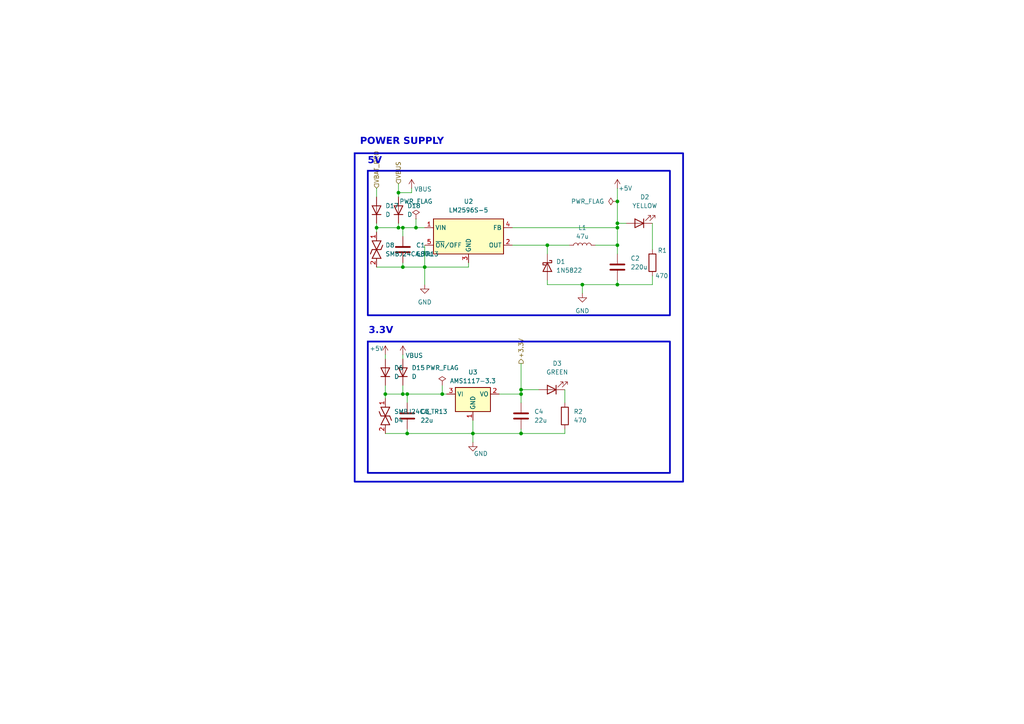
<source format=kicad_sch>
(kicad_sch (version 20250114) (generator "eeschema") (generator_version "9.0")
  (paper "A4")
  (lib_symbols
    (symbol "Device:C" (pin_numbers (hide yes)) (pin_names (offset 0.254))
      (property "Reference" "C" (at 0.635 2.54 0))
      (property "Value" "C" (at 0.635 -2.54 0))
      (symbol "C_0_1"
        (polyline (pts (xy -2.032 0.762) (xy 2.032 0.762)) (stroke (width 0.508)))
        (polyline (pts (xy -2.032 -0.762) (xy 2.032 -0.762)) (stroke (width 0.508)))
      )
      (symbol "C_1_1"
        (pin passive line (at 0 3.81 270) (length 2.794) (name "~") (number "1"))
        (pin passive line (at 0 -3.81 90) (length 2.794) (name "~") (number "2"))
      )
    )
    (symbol "Device:D" (pin_numbers (hide yes)) (pin_names (offset 1.016) (hide yes))
      (property "Reference" "D" (at 0 2.54 0))
      (property "Value" "D" (at 0 -2.54 0))
      (symbol "D_0_1"
        (polyline (pts (xy -1.27 1.27) (xy -1.27 -1.27)) (stroke (width 0.254)))
        (polyline (pts (xy 1.27 1.27) (xy 1.27 -1.27) (xy -1.27 0) (xy 1.27 1.27)) (stroke (width 0.254)))
        (polyline (pts (xy 1.27 0) (xy -1.27 0)))
      )
      (symbol "D_1_1"
        (pin passive line (at -3.81 0 0) (length 2.54) (name "K") (number "1"))
        (pin passive line (at 3.81 0 180) (length 2.54) (name "A") (number "2"))
      )
    )
    (symbol "Device:L" (pin_numbers (hide yes)) (pin_names (offset 1.016) (hide yes))
      (property "Reference" "L" (at -1.27 0 90))
      (property "Value" "L" (at 1.905 0 90))
      (symbol "L_0_1"
        (arc (start 0 2.54) (mid 0.6323 1.905) (end 0 1.27))
        (arc (start 0 1.27) (mid 0.6323 0.635) (end 0 0))
        (arc (start 0 0) (mid 0.6323 -0.635) (end 0 -1.27))
        (arc (start 0 -1.27) (mid 0.6323 -1.905) (end 0 -2.54))
      )
      (symbol "L_1_1"
        (pin passive line (at 0 3.81 270) (length 1.27) (name "1") (number "1"))
        (pin passive line (at 0 -3.81 90) (length 1.27) (name "2") (number "2"))
      )
    )
    (symbol "Device:LED" (pin_numbers (hide yes)) (pin_names (offset 1.016) (hide yes))
      (property "Reference" "D" (at 0 2.54 0))
      (property "Value" "LED" (at 0 -2.54 0))
      (symbol "LED_0_1"
        (polyline (pts (xy -3.048 -0.762) (xy -4.572 -2.286) (xy -3.81 -2.286) (xy -4.572 -2.286) (xy -4.572 -1.524)))
        (polyline (pts (xy -1.778 -0.762) (xy -3.302 -2.286) (xy -2.54 -2.286) (xy -3.302 -2.286) (xy -3.302 -1.524)))
        (polyline (pts (xy -1.27 0) (xy 1.27 0)))
        (polyline (pts (xy -1.27 -1.27) (xy -1.27 1.27)) (stroke (width 0.254)))
        (polyline (pts (xy 1.27 -1.27) (xy 1.27 1.27) (xy -1.27 0) (xy 1.27 -1.27)) (stroke (width 0.254)))
      )
      (symbol "LED_1_1"
        (pin passive line (at -3.81 0 0) (length 2.54) (name "K") (number "1"))
        (pin passive line (at 3.81 0 180) (length 2.54) (name "A") (number "2"))
      )
    )
    (symbol "Device:R" (pin_numbers (hide yes)) (pin_names (offset 0))
      (property "Reference" "R" (at 2.032 0 90))
      (property "Value" "R" (at 0 0 90))
      (symbol "R_0_1"
        (rectangle (start -1.016 -2.54) (end 1.016 2.54) (stroke (width 0.254)))
      )
      (symbol "R_1_1"
        (pin passive line (at 0 3.81 270) (length 1.27) (name "~") (number "1"))
        (pin passive line (at 0 -3.81 90) (length 1.27) (name "~") (number "2"))
      )
    )
    (symbol "Diode:1N5822" (pin_numbers (hide yes)) (pin_names (offset 1.016) (hide yes))
      (property "Reference" "D" (at 0 2.54 0))
      (property "Value" "1N5822" (at 0 -2.54 0))
      (symbol "1N5822_0_1"
        (polyline (pts (xy -1.905 0.635) (xy -1.905 1.27) (xy -1.27 1.27) (xy -1.27 -1.27) (xy -0.635 -1.27) (xy -0.635 -0.635)) (stroke (width 0.254)))
        (polyline (pts (xy 1.27 1.27) (xy 1.27 -1.27) (xy -1.27 0) (xy 1.27 1.27)) (stroke (width 0.254)))
        (polyline (pts (xy 1.27 0) (xy -1.27 0)))
      )
      (symbol "1N5822_1_1"
        (pin passive line (at -3.81 0 0) (length 2.54) (name "K") (number "1"))
        (pin passive line (at 3.81 0 180) (length 2.54) (name "A") (number "2"))
      )
    )
    (symbol "Regulator_Linear:AMS1117-3.3"
      (property "Reference" "U" (at -3.81 3.175 0))
      (property "Value" "AMS1117-3.3" (at 0 3.175 0))
      (symbol "AMS1117-3.3_0_1"
        (rectangle (start -5.08 -5.08) (end 5.08 1.905) (stroke (width 0.254)) (fill (type background)))
      )
      (symbol "AMS1117-3.3_1_1"
        (pin power_in line (at -7.62 0 0) (length 2.54) (name "VI") (number "3"))
        (pin power_in line (at 0 -7.62 90) (length 2.54) (name "GND") (number "1"))
        (pin power_out line (at 7.62 0 180) (length 2.54) (name "VO") (number "2"))
      )
    )
    (symbol "Regulator_Switching:LM2596S-5"
      (property "Reference" "U" (at -10.16 6.35 0))
      (property "Value" "LM2596S-5" (at 0 6.35 0))
      (symbol "LM2596S-5_0_1"
        (rectangle (start -10.16 5.08) (end 10.16 -5.08) (stroke (width 0.254)) (fill (type background)))
      )
      (symbol "LM2596S-5_1_1"
        (pin power_in line (at -12.7 2.54 0) (length 2.54) (name "VIN") (number "1"))
        (pin input line (at -12.7 -2.54 0) (length 2.54) (name "~{ON}/OFF") (number "5"))
        (pin power_in line (at 0 -7.62 90) (length 2.54) (name "GND") (number "3"))
        (pin input line (at 12.7 2.54 180) (length 2.54) (name "FB") (number "4"))
        (pin output line (at 12.7 -2.54 180) (length 2.54) (name "OUT") (number "2"))
      )
    )
    (symbol "SMBJ24CA_TR13_1" (pin_names (hide yes))
      (property "Reference" "D" (at 12.7 8.89 0))
      (property "Value" "SMBJ24CA_TR13" (at 12.7 6.35 0))
      (symbol "SMBJ24CA_TR13_1_1_1"
        (polyline (pts (xy 5.08 1.27) (xy 5.08 -1.27)) (stroke (width 0.254)))
        (polyline (pts (xy 5.08 1.27) (xy 7.62 0)) (stroke (width 0.254)))
        (polyline (pts (xy 6.35 1.778) (xy 7.62 1.27)) (stroke (width 0.254)))
        (polyline (pts (xy 7.62 0) (xy 5.08 -1.27)) (stroke (width 0.254)))
        (polyline (pts (xy 7.62 0) (xy 10.16 -1.27)) (stroke (width 0.254)))
        (polyline (pts (xy 7.62 -1.27) (xy 7.62 1.27)) (stroke (width 0.254)))
        (polyline (pts (xy 7.62 -1.27) (xy 8.89 -1.778)) (stroke (width 0.254)))
        (polyline (pts (xy 10.16 1.27) (xy 7.62 0)) (stroke (width 0.254)))
        (polyline (pts (xy 10.16 1.27) (xy 10.16 -1.27)) (stroke (width 0.254)))
        (pin passive line (at 2.54 0 0) (length 2.54) (name "1") (number "1"))
        (pin passive line (at 12.7 0 180) (length 2.54) (name "2") (number "2"))
      )
    )
    (symbol "power:+5V" (power) (pin_numbers (hide yes)) (pin_names (offset 0) (hide yes))
      (property "Value" "+5V" (at 0 3.556 0))
      (symbol "+5V_0_1"
        (polyline (pts (xy -0.762 1.27) (xy 0 2.54)))
        (polyline (pts (xy 0 2.54) (xy 0.762 1.27)))
        (polyline (pts (xy 0 0) (xy 0 2.54)))
      )
      (symbol "+5V_1_1"
        (pin power_in line (at 0 0 90) (length 0) (name "~") (number "1"))
      )
    )
    (symbol "power:GND" (power) (pin_numbers (hide yes)) (pin_names (offset 0) (hide yes))
      (property "Value" "GND" (at 0 -3.81 0))
      (symbol "GND_0_1"
        (polyline (pts (xy 0 0) (xy 0 -1.27) (xy 1.27 -1.27) (xy 0 -2.54) (xy -1.27 -1.27) (xy 0 -1.27)))
      )
      (symbol "GND_1_1"
        (pin power_in line (at 0 0 270) (length 0) (name "~") (number "1"))
      )
    )
    (symbol "power:PWR_FLAG" (power) (pin_numbers (hide yes)) (pin_names (offset 0) (hide yes))
      (property "Value" "PWR_FLAG" (at 0 3.81 0))
      (symbol "PWR_FLAG_0_0"
        (pin power_out line (at 0 0 90) (length 0) (name "~") (number "1"))
      )
      (symbol "PWR_FLAG_0_1"
        (polyline (pts (xy 0 0) (xy 0 1.27) (xy -1.016 1.905) (xy 0 2.54) (xy 1.016 1.905) (xy 0 1.27)))
      )
    )
  )
  (rectangle (start 102.87 44.45) (end 198.12 139.7) (stroke (width 0.5)))
  (rectangle (start 106.68 49.53) (end 194.31 91.44) (stroke (width 0.5)))
  (rectangle (start 106.68 99.06) (end 194.31 137.16) (stroke (width 0.5)))
  (text "5V\n" (at 108.712 47.244 0) (effects (font (size 2 2) (thickness 0.254) (bold yes))))
  (text "3.3V\n" (at 110.49 96.52 0) (effects (font (size 2 2) (thickness 0.254) (bold yes))))
  (text "POWER SUPPLY" (at 116.586 41.656 0) (effects (font (size 2 2) (thickness 0.254) (bold yes))))
  (junction (at 120.65 66.04))
  (junction (at 168.91 82.55))
  (junction (at 128.27 114.3))
  (junction (at 179.07 66.04))
  (junction (at 151.13 114.3))
  (junction (at 137.16 125.73))
  (junction (at 109.22 66.04))
  (junction (at 118.11 125.73))
  (junction (at 179.07 71.12))
  (junction (at 115.57 66.04))
  (junction (at 158.75 71.12))
  (junction (at 179.07 64.77))
  (junction (at 116.84 66.04))
  (junction (at 179.07 58.42))
  (junction (at 151.13 113.03))
  (junction (at 179.07 82.55))
  (junction (at 151.13 125.73))
  (junction (at 111.76 114.3))
  (junction (at 118.11 114.3))
  (junction (at 116.84 114.3))
  (junction (at 123.19 77.47))
  (junction (at 116.84 77.47))
  (junction (at 115.57 55.88))
  (wire (pts (xy 137.16 121.92) (xy 137.16 125.73)))
  (wire (pts (xy 111.76 114.3) (xy 116.84 114.3)))
  (wire (pts (xy 179.07 54.61) (xy 179.07 58.42)))
  (wire (pts (xy 115.57 55.88) (xy 115.57 57.15)))
  (wire (pts (xy 151.13 113.03) (xy 151.13 114.3)))
  (wire (pts (xy 116.84 76.2) (xy 116.84 77.47)))
  (wire (pts (xy 123.19 77.47) (xy 135.89 77.47)))
  (wire (pts (xy 158.75 71.12) (xy 165.1 71.12)))
  (wire (pts (xy 123.19 77.47) (xy 123.19 82.55)))
  (wire (pts (xy 109.22 54.61) (xy 109.22 57.15)))
  (wire (pts (xy 115.57 66.04) (xy 116.84 66.04)))
  (wire (pts (xy 120.65 66.04) (xy 123.19 66.04)))
  (wire (pts (xy 151.13 124.46) (xy 151.13 125.73)))
  (wire (pts (xy 111.76 111.76) (xy 111.76 114.3)))
  (wire (pts (xy 179.07 66.04) (xy 179.07 71.12)))
  (wire (pts (xy 179.07 71.12) (xy 179.07 73.66)))
  (wire (pts (xy 151.13 113.03) (xy 156.21 113.03)))
  (wire (pts (xy 120.65 63.5) (xy 120.65 66.04)))
  (wire (pts (xy 179.07 58.42) (xy 179.07 64.77)))
  (wire (pts (xy 179.07 64.77) (xy 181.61 64.77)))
  (wire (pts (xy 115.57 53.34) (xy 115.57 55.88)))
  (wire (pts (xy 151.13 105.41) (xy 151.13 113.03)))
  (wire (pts (xy 168.91 82.55) (xy 179.07 82.55)))
  (wire (pts (xy 116.84 114.3) (xy 118.11 114.3)))
  (wire (pts (xy 189.23 82.55) (xy 179.07 82.55)))
  (wire (pts (xy 111.76 125.73) (xy 118.11 125.73)))
  (wire (pts (xy 115.57 64.77) (xy 115.57 66.04)))
  (wire (pts (xy 109.22 66.04) (xy 115.57 66.04)))
  (wire (pts (xy 163.83 125.73) (xy 151.13 125.73)))
  (wire (pts (xy 115.57 55.88) (xy 119.38 55.88)))
  (wire (pts (xy 116.84 77.47) (xy 123.19 77.47)))
  (wire (pts (xy 189.23 80.01) (xy 189.23 82.55)))
  (wire (pts (xy 151.13 114.3) (xy 151.13 116.84)))
  (wire (pts (xy 179.07 64.77) (xy 179.07 66.04)))
  (wire (pts (xy 158.75 81.28) (xy 158.75 82.55)))
  (wire (pts (xy 118.11 125.73) (xy 137.16 125.73)))
  (wire (pts (xy 148.59 66.04) (xy 179.07 66.04)))
  (wire (pts (xy 109.22 77.47) (xy 116.84 77.47)))
  (wire (pts (xy 179.07 81.28) (xy 179.07 82.55)))
  (wire (pts (xy 148.59 71.12) (xy 158.75 71.12)))
  (wire (pts (xy 109.22 66.04) (xy 109.22 67.31)))
  (wire (pts (xy 168.91 82.55) (xy 168.91 85.09)))
  (wire (pts (xy 111.76 102.87) (xy 111.76 104.14)))
  (wire (pts (xy 158.75 71.12) (xy 158.75 73.66)))
  (wire (pts (xy 116.84 102.87) (xy 116.84 104.14)))
  (wire (pts (xy 118.11 114.3) (xy 128.27 114.3)))
  (wire (pts (xy 118.11 125.73) (xy 118.11 124.46)))
  (wire (pts (xy 144.78 114.3) (xy 151.13 114.3)))
  (wire (pts (xy 123.19 71.12) (xy 123.19 77.47)))
  (wire (pts (xy 116.84 111.76) (xy 116.84 114.3)))
  (wire (pts (xy 118.11 114.3) (xy 118.11 116.84)))
  (wire (pts (xy 158.75 82.55) (xy 168.91 82.55)))
  (wire (pts (xy 135.89 76.2) (xy 135.89 77.47)))
  (wire (pts (xy 116.84 66.04) (xy 120.65 66.04)))
  (wire (pts (xy 137.16 125.73) (xy 151.13 125.73)))
  (wire (pts (xy 119.38 54.61) (xy 119.38 55.88)))
  (wire (pts (xy 189.23 64.77) (xy 189.23 72.39)))
  (wire (pts (xy 111.76 114.3) (xy 111.76 115.57)))
  (wire (pts (xy 137.16 125.73) (xy 137.16 128.27)))
  (wire (pts (xy 116.84 66.04) (xy 116.84 68.58)))
  (wire (pts (xy 128.27 111.76) (xy 128.27 114.3)))
  (wire (pts (xy 163.83 124.46) (xy 163.83 125.73)))
  (wire (pts (xy 109.22 64.77) (xy 109.22 66.04)))
  (wire (pts (xy 163.83 113.03) (xy 163.83 116.84)))
  (wire (pts (xy 128.27 114.3) (xy 129.54 114.3)))
  (wire (pts (xy 172.72 71.12) (xy 179.07 71.12)))
  (hierarchical_label "VBAT_PRO" (shape input) (at 109.22 54.61 90))
  (hierarchical_label "+3.3V" (shape output) (at 151.13 105.41 90))
  (hierarchical_label "VBUS" (shape input) (at 115.57 53.34 90))
  (symbol (lib_id "Device:C") (at 179.07 77.47 0) (unit 1)
    (property "Reference" "C2" (at 182.88 74.9299 0) (effects (justify left)))
    (property "Value" "220u" (at 182.88 77.4699 0) (effects (justify left)))
    (property "Description" "Unpolarized capacitor" (effects (hide yes)))
  )
  (symbol (lib_id "power:GND") (at 137.16 128.27 0) (unit 1)
    (property "Reference" "#PWR08" (effects (hide yes)))
    (property "Value" "GND" (at 139.446 131.572 0))
    (property "Description" "Power symbol creates a global label with name \"GND\" , ground" (effects (hide yes)))
  )
  (symbol (lib_name "SMBJ24CA_TR13_1") (lib_id "SMBJ24CA_TR13:SMBJ24CA_TR13") (at 111.76 113.03 90) (mirror x) (unit 1)
    (property "Reference" "D4" (at 114.3 121.9201 90) (effects (justify right)))
    (property "Value" "SMBJ24CA_TR13" (at 114.3 119.3801 90) (effects (justify right)))
    (property "Footprint" "SMBJ24CA_TR13:DIONM5436X265N" (effects (hide yes)))
    (property "Datasheet" "https://4donline.ihs.com/images/VipMasterIC/IC/MCBU/MCBUS00041/MCBUS00041-1.pdf?hkey=61A2E4C270F0397D049F8F05BD4F1054" (effects (hide yes)))
    (property "Description" "38.9V Clamp 15.5A Ipp Tvs Diode Surface Mount DO-214AA (SMB)" (effects (hide yes)))
    (property "Height" "2.65" (effects (hide yes)))
    (property "Mouser Part Number" "603-SMBJ24CA/TR13" (effects (hide yes)))
    (property "Mouser Price/Stock" "https://www.mouser.co.uk/ProductDetail/YAGEO/SMBJ24CA-TR13?qs=PzGy0jfpSMvGAe65GS0rOg%3D%3D" (effects (hide yes)))
    (property "Manufacturer_Name" "YAGEO" (effects (hide yes)))
    (property "Manufacturer_Part_Number" "SMBJ24CA/TR13" (effects (hide yes)))
  )
  (symbol (lib_id "power:+5V") (at 111.76 102.87 0) (unit 1)
    (property "Reference" "#PWR06" (effects (hide yes)))
    (property "Value" "+5V" (at 109.22 101.092 0))
    (property "Description" "Power symbol creates a global label with name \"+5V\"" (effects (hide yes)))
  )
  (symbol (lib_id "power:GND") (at 168.91 85.09 0) (unit 1)
    (property "Reference" "#PWR04" (effects (hide yes)))
    (property "Value" "GND" (at 168.91 90.17 0))
    (property "Description" "Power symbol creates a global label with name \"GND\" , ground" (effects (hide yes)))
  )
  (symbol (lib_id "Device:L") (at 168.91 71.12 90) (unit 1)
    (property "Reference" "L1" (at 168.91 66.04 90))
    (property "Value" "47u" (at 168.91 68.58 90))
    (property "Description" "Inductor" (effects (hide yes)))
  )
  (symbol (lib_name "SMBJ24CA_TR13_1") (lib_id "SMBJ24CA_TR13:SMBJ24CA_TR13") (at 109.22 64.77 270) (unit 1)
    (property "Reference" "D8" (at 111.76 71.1199 90) (effects (justify left)))
    (property "Value" "SMBJ24CA_TR13" (at 111.76 73.6599 90) (effects (justify left)))
    (property "Footprint" "SMBJ24CA_TR13:DIONM5436X265N" (effects (hide yes)))
    (property "Datasheet" "https://4donline.ihs.com/images/VipMasterIC/IC/MCBU/MCBUS00041/MCBUS00041-1.pdf?hkey=61A2E4C270F0397D049F8F05BD4F1054" (effects (hide yes)))
    (property "Description" "38.9V Clamp 15.5A Ipp Tvs Diode Surface Mount DO-214AA (SMB)" (effects (hide yes)))
    (property "Height" "2.65" (effects (hide yes)))
    (property "Mouser Part Number" "603-SMBJ24CA/TR13" (effects (hide yes)))
    (property "Mouser Price/Stock" "https://www.mouser.co.uk/ProductDetail/YAGEO/SMBJ24CA-TR13?qs=PzGy0jfpSMvGAe65GS0rOg%3D%3D" (effects (hide yes)))
    (property "Manufacturer_Name" "YAGEO" (effects (hide yes)))
    (property "Manufacturer_Part_Number" "SMBJ24CA/TR13" (effects (hide yes)))
  )
  (symbol (lib_id "power:PWR_FLAG") (at 179.07 58.42 90) (unit 1)
    (property "Reference" "#FLG02" (effects (hide yes)))
    (property "Value" "PWR_FLAG" (at 175.26 58.4199 90) (effects (justify left)))
    (property "Description" "Special symbol for telling ERC where power comes from" (effects (hide yes)))
  )
  (symbol (lib_id "Device:C") (at 118.11 120.65 0) (unit 1)
    (property "Reference" "C3" (at 121.92 119.3799 0) (effects (justify left)))
    (property "Value" "22u" (at 121.92 121.9199 0) (effects (justify left)))
    (property "Description" "Unpolarized capacitor" (effects (hide yes)))
  )
  (symbol (lib_id "Device:R") (at 189.23 76.2 0) (unit 1)
    (property "Reference" "R1" (at 190.754 72.644 0) (effects (justify left)))
    (property "Value" "470" (at 189.992 80.01 0) (effects (justify left)))
    (property "Description" "Resistor" (effects (hide yes)))
  )
  (symbol (lib_id "power:PWR_FLAG") (at 120.65 63.5 0) (unit 1)
    (property "Reference" "#FLG03" (effects (hide yes)))
    (property "Value" "PWR_FLAG" (at 120.65 58.42 0))
    (property "Description" "Special symbol for telling ERC where power comes from" (effects (hide yes)))
  )
  (symbol (lib_id "Regulator_Linear:AMS1117-3.3") (at 137.16 114.3 0) (unit 1)
    (property "Reference" "U3" (at 137.16 107.95 0))
    (property "Value" "AMS1117-3.3" (at 137.16 110.49 0))
    (property "Footprint" "Package_TO_SOT_SMD:SOT-223-3_TabPin2" (effects (hide yes)))
    (property "Datasheet" "http://www.advanced-monolithic.com/pdf/ds1117.pdf" (effects (hide yes)))
    (property "Description" "1A Low Dropout regulator, positive, 3.3V fixed output, SOT-223" (effects (hide yes)))
  )
  (symbol (lib_id "Device:D") (at 116.84 107.95 90) (unit 1)
    (property "Reference" "D15" (at 119.38 106.6799 90) (effects (justify right)))
    (property "Value" "D" (at 119.38 109.2199 90) (effects (justify right)))
    (property "Description" "Diode" (effects (hide yes)))
    (property "Sim.Device" "D" (effects (hide yes)))
    (property "Sim.Pins" "1=K 2=A" (effects (hide yes)))
  )
  (symbol (lib_id "Device:D") (at 111.76 107.95 90) (unit 1)
    (property "Reference" "D6" (at 114.3 106.6799 90) (effects (justify right)))
    (property "Value" "D" (at 114.3 109.2199 90) (effects (justify right)))
    (property "Description" "Diode" (effects (hide yes)))
    (property "Sim.Device" "D" (effects (hide yes)))
    (property "Sim.Pins" "1=K 2=A" (effects (hide yes)))
  )
  (symbol (lib_id "power:+5V") (at 179.07 54.61 0) (unit 1)
    (property "Reference" "#PWR05" (effects (hide yes)))
    (property "Value" "+5V" (at 181.356 54.61 0))
    (property "Description" "Power symbol creates a global label with name \"+5V\"" (effects (hide yes)))
  )
  (symbol (lib_id "power:+5V") (at 119.38 54.61 0) (unit 1)
    (property "Reference" "#PWR093" (effects (hide yes)))
    (property "Value" "VBUS" (at 122.682 54.864 0))
    (property "Description" "Power symbol creates a global label with name \"+5V\"" (effects (hide yes)))
  )
  (symbol (lib_id "Device:LED") (at 185.42 64.77 180) (unit 1)
    (property "Reference" "D2" (at 187.0075 57.15 0))
    (property "Value" "YELLOW" (at 187.0075 59.69 0))
    (property "Description" "Light emitting diode" (effects (hide yes)))
    (property "Sim.Pins" "1=K 2=A" (effects (hide yes)))
  )
  (symbol (lib_id "Device:LED") (at 160.02 113.03 180) (unit 1)
    (property "Reference" "D3" (at 161.6075 105.41 0))
    (property "Value" "GREEN" (at 161.6075 107.95 0))
    (property "Description" "Light emitting diode" (effects (hide yes)))
    (property "Sim.Pins" "1=K 2=A" (effects (hide yes)))
  )
  (symbol (lib_id "Diode:1N5822") (at 158.75 77.47 270) (unit 1)
    (property "Reference" "D1" (at 161.29 75.8824 90) (effects (justify left)))
    (property "Value" "1N5822" (at 161.29 78.4224 90) (effects (justify left)))
    (property "Footprint" "Diode_THT:D_DO-201AD_P15.24mm_Horizontal" (effects (hide yes)))
    (property "Datasheet" "http://www.vishay.com/docs/88526/1n5820.pdf" (effects (hide yes)))
    (property "Description" "40V 3A Schottky Barrier Rectifier Diode, DO-201AD" (effects (hide yes)))
  )
  (symbol (lib_id "power:GND") (at 123.19 82.55 0) (unit 1)
    (property "Reference" "#PWR02" (effects (hide yes)))
    (property "Value" "GND" (at 123.19 87.63 0))
    (property "Description" "Power symbol creates a global label with name \"GND\" , ground" (effects (hide yes)))
  )
  (symbol (lib_id "Device:C") (at 151.13 120.65 0) (unit 1)
    (property "Reference" "C4" (at 154.94 119.3799 0) (effects (justify left)))
    (property "Value" "22u" (at 154.94 121.9199 0) (effects (justify left)))
    (property "Description" "Unpolarized capacitor" (effects (hide yes)))
  )
  (symbol (lib_id "Device:D") (at 109.22 60.96 90) (unit 1)
    (property "Reference" "D17" (at 111.76 59.6899 90) (effects (justify right)))
    (property "Value" "D" (at 111.76 62.2299 90) (effects (justify right)))
    (property "Description" "Diode" (effects (hide yes)))
    (property "Sim.Device" "D" (effects (hide yes)))
    (property "Sim.Pins" "1=K 2=A" (effects (hide yes)))
  )
  (symbol (lib_id "Device:D") (at 115.57 60.96 90) (unit 1)
    (property "Reference" "D18" (at 118.11 59.6899 90) (effects (justify right)))
    (property "Value" "D" (at 118.11 62.2299 90) (effects (justify right)))
    (property "Description" "Diode" (effects (hide yes)))
    (property "Sim.Device" "D" (effects (hide yes)))
    (property "Sim.Pins" "1=K 2=A" (effects (hide yes)))
  )
  (symbol (lib_id "power:+5V") (at 116.84 102.87 0) (unit 1)
    (property "Reference" "#PWR095" (effects (hide yes)))
    (property "Value" "VBUS" (at 120.142 103.124 0))
    (property "Description" "Power symbol creates a global label with name \"+5V\"" (effects (hide yes)))
  )
  (symbol (lib_id "power:PWR_FLAG") (at 128.27 111.76 0) (unit 1)
    (property "Reference" "#FLG09" (effects (hide yes)))
    (property "Value" "PWR_FLAG" (at 128.27 106.68 0))
    (property "Description" "Special symbol for telling ERC where power comes from" (effects (hide yes)))
  )
  (symbol (lib_id "Regulator_Switching:LM2596S-5") (at 135.89 68.58 0) (unit 1)
    (property "Reference" "U2" (at 135.89 58.42 0))
    (property "Value" "LM2596S-5" (at 135.89 60.96 0))
    (property "Footprint" "Package_TO_SOT_SMD:TO-263-5_TabPin3" (effects (hide yes)))
    (property "Datasheet" "http://www.ti.com/lit/ds/symlink/lm2596.pdf" (effects (hide yes)))
    (property "Description" "5V 3A Step-Down Voltage Regulator, TO-263" (effects (hide yes)))
  )
  (symbol (lib_id "Device:R") (at 163.83 120.65 0) (unit 1)
    (property "Reference" "R2" (at 166.37 119.3799 0) (effects (justify left)))
    (property "Value" "470" (at 166.37 121.9199 0) (effects (justify left)))
    (property "Description" "Resistor" (effects (hide yes)))
  )
  (symbol (lib_id "Device:C") (at 116.84 72.39 0) (unit 1)
    (property "Reference" "C1" (at 120.65 71.1199 0) (effects (justify left)))
    (property "Value" "680u" (at 120.65 73.6599 0) (effects (justify left)))
    (property "Description" "Unpolarized capacitor" (effects (hide yes)))
  )
)
</source>
